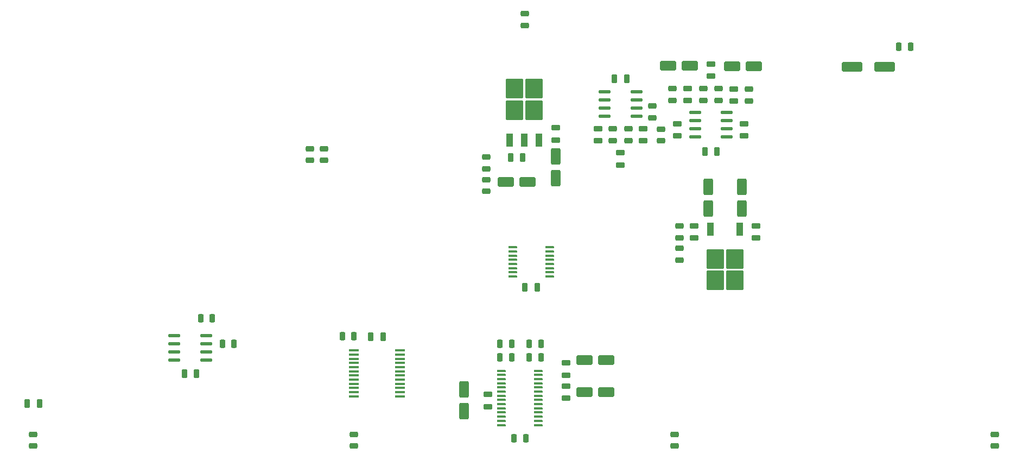
<source format=gbr>
%TF.GenerationSoftware,KiCad,Pcbnew,9.0.3*%
%TF.CreationDate,2025-08-21T10:40:16+02:00*%
%TF.ProjectId,RP2040-DSP_V2.0,52503230-3430-42d4-9453-505f56322e30,V2.0*%
%TF.SameCoordinates,Original*%
%TF.FileFunction,Paste,Top*%
%TF.FilePolarity,Positive*%
%FSLAX46Y46*%
G04 Gerber Fmt 4.6, Leading zero omitted, Abs format (unit mm)*
G04 Created by KiCad (PCBNEW 9.0.3) date 2025-08-21 10:40:16*
%MOMM*%
%LPD*%
G01*
G04 APERTURE LIST*
G04 Aperture macros list*
%AMRoundRect*
0 Rectangle with rounded corners*
0 $1 Rounding radius*
0 $2 $3 $4 $5 $6 $7 $8 $9 X,Y pos of 4 corners*
0 Add a 4 corners polygon primitive as box body*
4,1,4,$2,$3,$4,$5,$6,$7,$8,$9,$2,$3,0*
0 Add four circle primitives for the rounded corners*
1,1,$1+$1,$2,$3*
1,1,$1+$1,$4,$5*
1,1,$1+$1,$6,$7*
1,1,$1+$1,$8,$9*
0 Add four rect primitives between the rounded corners*
20,1,$1+$1,$2,$3,$4,$5,0*
20,1,$1+$1,$4,$5,$6,$7,0*
20,1,$1+$1,$6,$7,$8,$9,0*
20,1,$1+$1,$8,$9,$2,$3,0*%
G04 Aperture macros list end*
%ADD10RoundRect,0.225609X-0.424391X0.236891X-0.424391X-0.236891X0.424391X-0.236891X0.424391X0.236891X0*%
%ADD11RoundRect,0.225609X0.424391X-0.236891X0.424391X0.236891X-0.424391X0.236891X-0.424391X-0.236891X0*%
%ADD12RoundRect,0.234375X-1.040625X-0.515625X1.040625X-0.515625X1.040625X0.515625X-1.040625X0.515625X0*%
%ADD13RoundRect,0.225609X-0.236891X-0.424391X0.236891X-0.424391X0.236891X0.424391X-0.236891X0.424391X0*%
%ADD14RoundRect,0.075000X-0.612500X-0.075000X0.612500X-0.075000X0.612500X0.075000X-0.612500X0.075000X0*%
%ADD15RoundRect,0.225000X0.450000X-0.225000X0.450000X0.225000X-0.450000X0.225000X-0.450000X-0.225000X0*%
%ADD16RoundRect,0.218750X0.431250X-0.218750X0.431250X0.218750X-0.431250X0.218750X-0.431250X-0.218750X0*%
%ADD17RoundRect,0.225000X0.225000X0.450000X-0.225000X0.450000X-0.225000X-0.450000X0.225000X-0.450000X0*%
%ADD18RoundRect,0.234375X1.040625X0.515625X-1.040625X0.515625X-1.040625X-0.515625X1.040625X-0.515625X0*%
%ADD19RoundRect,0.225000X-0.225000X-0.450000X0.225000X-0.450000X0.225000X0.450000X-0.225000X0.450000X0*%
%ADD20RoundRect,0.234375X0.515625X-1.040625X0.515625X1.040625X-0.515625X1.040625X-0.515625X-1.040625X0*%
%ADD21RoundRect,0.218750X-0.431250X0.218750X-0.431250X-0.218750X0.431250X-0.218750X0.431250X0.218750X0*%
%ADD22RoundRect,0.225000X-0.450000X0.225000X-0.450000X-0.225000X0.450000X-0.225000X0.450000X0.225000X0*%
%ADD23RoundRect,0.250000X1.125000X-1.275000X1.125000X1.275000X-1.125000X1.275000X-1.125000X-1.275000X0*%
%ADD24RoundRect,0.229166X0.320834X-0.820834X0.320834X0.820834X-0.320834X0.820834X-0.320834X-0.820834X0*%
%ADD25RoundRect,0.250000X-1.125000X1.275000X-1.125000X-1.275000X1.125000X-1.275000X1.125000X1.275000X0*%
%ADD26RoundRect,0.229166X-0.320834X0.820834X-0.320834X-0.820834X0.320834X-0.820834X0.320834X0.820834X0*%
%ADD27RoundRect,0.125000X0.800000X0.125000X-0.800000X0.125000X-0.800000X-0.125000X0.800000X-0.125000X0*%
%ADD28RoundRect,0.125000X-0.800000X-0.125000X0.800000X-0.125000X0.800000X0.125000X-0.800000X0.125000X0*%
%ADD29RoundRect,0.234375X-0.515625X1.040625X-0.515625X-1.040625X0.515625X-1.040625X0.515625X1.040625X0*%
%ADD30RoundRect,0.218750X-0.218750X-0.431250X0.218750X-0.431250X0.218750X0.431250X-0.218750X0.431250X0*%
%ADD31RoundRect,0.225609X0.236891X0.424391X-0.236891X0.424391X-0.236891X-0.424391X0.236891X-0.424391X0*%
%ADD32R,1.650000X0.350000*%
%ADD33RoundRect,0.075000X0.612500X0.075000X-0.612500X0.075000X-0.612500X-0.075000X0.612500X-0.075000X0*%
%ADD34RoundRect,0.234375X-1.378125X-0.515625X1.378125X-0.515625X1.378125X0.515625X-1.378125X0.515625X0*%
G04 APERTURE END LIST*
D10*
%TO.C,R7*%
X217903250Y-150887500D03*
X217903250Y-152712500D03*
%TD*%
%TO.C,Rb1*%
X174803250Y-96987500D03*
X174803250Y-98812500D03*
%TD*%
D11*
%TO.C,Rg1*%
X179503250Y-98912500D03*
X179503250Y-97087500D03*
%TD*%
%TO.C,Rb4*%
X160753250Y-105100000D03*
X160753250Y-103275000D03*
%TD*%
D12*
%TO.C,C28*%
X153900000Y-139300000D03*
X157250000Y-139300000D03*
%TD*%
D13*
%TO.C,R5*%
X97390750Y-136800000D03*
X99215750Y-136800000D03*
%TD*%
%TO.C,R22*%
X142887500Y-151500000D03*
X144712500Y-151500000D03*
%TD*%
D11*
%TO.C,R1*%
X113250000Y-108162500D03*
X113250000Y-106337500D03*
%TD*%
D13*
%TO.C,Rp1*%
X116090750Y-135600000D03*
X117915750Y-135600000D03*
%TD*%
D11*
%TO.C,R2*%
X111050000Y-108162500D03*
X111050000Y-106337500D03*
%TD*%
D14*
%TO.C,U2*%
X140937500Y-140975000D03*
X140937500Y-141625000D03*
X140937500Y-142275000D03*
X140937500Y-142925000D03*
X140937500Y-143575000D03*
X140937500Y-144225000D03*
X140937500Y-144875000D03*
X140937500Y-145525000D03*
X140937500Y-146175000D03*
X140937500Y-146825000D03*
X140937500Y-147475000D03*
X140937500Y-148125000D03*
X140937500Y-148775000D03*
X140937500Y-149425000D03*
X146662500Y-149425000D03*
X146662500Y-148775000D03*
X146662500Y-148125000D03*
X146662500Y-147475000D03*
X146662500Y-146825000D03*
X146662500Y-146175000D03*
X146662500Y-145525000D03*
X146662500Y-144875000D03*
X146662500Y-144225000D03*
X146662500Y-143575000D03*
X146662500Y-142925000D03*
X146662500Y-142275000D03*
X146662500Y-141625000D03*
X146662500Y-140975000D03*
%TD*%
D10*
%TO.C,R9*%
X117903250Y-150887500D03*
X117903250Y-152712500D03*
%TD*%
D15*
%TO.C,C21*%
X163003250Y-105137500D03*
X163003250Y-103237500D03*
%TD*%
D11*
%TO.C,R13*%
X144603250Y-87125000D03*
X144603250Y-85300000D03*
%TD*%
D15*
%TO.C,C25*%
X151050000Y-145249999D03*
X151050000Y-143350001D03*
%TD*%
D16*
%TO.C,D2*%
X168723250Y-123742500D03*
X168723250Y-121867500D03*
%TD*%
D12*
%TO.C,C15*%
X166928250Y-93400000D03*
X170278250Y-93400000D03*
%TD*%
D15*
%TO.C,C3*%
X149425000Y-104985000D03*
X149425000Y-103085000D03*
%TD*%
D17*
%TO.C,C9*%
X68853250Y-146050000D03*
X66953250Y-146050000D03*
%TD*%
D18*
%TO.C,C8*%
X145000000Y-111535000D03*
X141650000Y-111535000D03*
%TD*%
D19*
%TO.C,C18*%
X172653250Y-106800000D03*
X174553250Y-106800000D03*
%TD*%
D20*
%TO.C,C7*%
X173223250Y-115680000D03*
X173223250Y-112330000D03*
%TD*%
%TO.C,C26*%
X178423250Y-115680000D03*
X178423250Y-112330000D03*
%TD*%
D21*
%TO.C,D3*%
X138603250Y-107662500D03*
X138603250Y-109537500D03*
%TD*%
D22*
%TO.C,C12*%
X177203250Y-97050000D03*
X177203250Y-98950000D03*
%TD*%
%TO.C,C2*%
X180623250Y-118355000D03*
X180623250Y-120255000D03*
%TD*%
D23*
%TO.C,U13*%
X143000000Y-100350000D03*
X146050000Y-100350000D03*
X143000000Y-97000000D03*
X146050000Y-97000000D03*
D24*
X142245000Y-104975000D03*
X144525000Y-104975000D03*
X146805000Y-104975000D03*
%TD*%
D25*
%TO.C,U1*%
X177348250Y-123530000D03*
X174298250Y-123530000D03*
X177348250Y-126880000D03*
X174298250Y-126880000D03*
D26*
X178103250Y-118905000D03*
X173543250Y-118905000D03*
%TD*%
D27*
%TO.C,U5*%
X94853250Y-139340000D03*
X94853250Y-138070000D03*
X94853250Y-136800000D03*
X94853250Y-135530000D03*
X89903250Y-135530000D03*
X89903250Y-136800000D03*
X89903250Y-138070000D03*
X89903250Y-139340000D03*
%TD*%
D17*
%TO.C,C5*%
X144275000Y-107735000D03*
X142375000Y-107735000D03*
%TD*%
D13*
%TO.C,R6*%
X93990750Y-132800000D03*
X95815750Y-132800000D03*
%TD*%
D17*
%TO.C,C11*%
X122453250Y-135625000D03*
X120553250Y-135625000D03*
%TD*%
D10*
%TO.C,R10*%
X67903250Y-150887500D03*
X67903250Y-152712500D03*
%TD*%
D15*
%TO.C,C17*%
X168403250Y-104350000D03*
X168403250Y-102450000D03*
%TD*%
D28*
%TO.C,U10*%
X157028250Y-97495000D03*
X157028250Y-98765000D03*
X157028250Y-100035000D03*
X157028250Y-101305000D03*
X161978250Y-101305000D03*
X161978250Y-100035000D03*
X161978250Y-98765000D03*
X161978250Y-97495000D03*
%TD*%
D29*
%TO.C,C27*%
X149425000Y-107560000D03*
X149425000Y-110910000D03*
%TD*%
D22*
%TO.C,C23*%
X138800000Y-144650001D03*
X138800000Y-146549999D03*
%TD*%
D30*
%TO.C,D1*%
X202912500Y-90450000D03*
X204787500Y-90450000D03*
%TD*%
D11*
%TO.C,Rg2*%
X167603250Y-98812500D03*
X167603250Y-96987500D03*
%TD*%
D10*
%TO.C,R11*%
X164503250Y-99687500D03*
X164503250Y-101512500D03*
%TD*%
D15*
%TO.C,C30*%
X173603250Y-95050000D03*
X173603250Y-93150000D03*
%TD*%
D31*
%TO.C,R21*%
X147112500Y-136800000D03*
X145287500Y-136800000D03*
%TD*%
D15*
%TO.C,C24*%
X151050000Y-141649999D03*
X151050000Y-139750001D03*
%TD*%
D22*
%TO.C,C13*%
X170003250Y-96950000D03*
X170003250Y-98850000D03*
%TD*%
D15*
%TO.C,C20*%
X156003250Y-105137500D03*
X156003250Y-103237500D03*
%TD*%
D32*
%TO.C,U6*%
X117903250Y-137800000D03*
X117903250Y-138450000D03*
X117903250Y-139100000D03*
X117903250Y-139750000D03*
X117903250Y-140400000D03*
X117903250Y-141050000D03*
X117903250Y-141700000D03*
X117903250Y-142350000D03*
X117903250Y-143000000D03*
X117903250Y-143650000D03*
X117903250Y-144300000D03*
X117903250Y-144950000D03*
X125103250Y-144950000D03*
X125103250Y-144300000D03*
X125103250Y-143650000D03*
X125103250Y-143000000D03*
X125103250Y-142350000D03*
X125103250Y-141700000D03*
X125103250Y-141050000D03*
X125103250Y-140400000D03*
X125103250Y-139750000D03*
X125103250Y-139100000D03*
X125103250Y-138450000D03*
X125103250Y-137800000D03*
%TD*%
D11*
%TO.C,R4*%
X138603250Y-113012500D03*
X138603250Y-111187500D03*
%TD*%
D33*
%TO.C,U3*%
X148465750Y-126275000D03*
X148465750Y-125625000D03*
X148465750Y-124975000D03*
X148465750Y-124325000D03*
X148465750Y-123675000D03*
X148465750Y-123025000D03*
X148465750Y-122375000D03*
X148465750Y-121725000D03*
X142740750Y-121725000D03*
X142740750Y-122375000D03*
X142740750Y-123025000D03*
X142740750Y-123675000D03*
X142740750Y-124325000D03*
X142740750Y-124975000D03*
X142740750Y-125625000D03*
X142740750Y-126275000D03*
%TD*%
D19*
%TO.C,C10*%
X91453250Y-141400000D03*
X93353250Y-141400000D03*
%TD*%
D17*
%TO.C,C19*%
X160453250Y-95462500D03*
X158553250Y-95462500D03*
%TD*%
D19*
%TO.C,C6*%
X144603250Y-128000000D03*
X146503250Y-128000000D03*
%TD*%
D10*
%TO.C,R12*%
X165803250Y-103287500D03*
X165803250Y-105112500D03*
%TD*%
D11*
%TO.C,Rb3*%
X158253250Y-105100000D03*
X158253250Y-103275000D03*
%TD*%
D34*
%TO.C,C1*%
X195615750Y-93550000D03*
X200690750Y-93550000D03*
%TD*%
D31*
%TO.C,R20*%
X142512500Y-136800000D03*
X140687500Y-136800000D03*
%TD*%
%TO.C,R14*%
X147112500Y-138900000D03*
X145287500Y-138900000D03*
%TD*%
D11*
%TO.C,Rb2*%
X172403250Y-98812500D03*
X172403250Y-96987500D03*
%TD*%
D29*
%TO.C,C22*%
X135100000Y-143900000D03*
X135100000Y-147250000D03*
%TD*%
D12*
%TO.C,C34*%
X153900000Y-144300000D03*
X157250000Y-144300000D03*
%TD*%
D31*
%TO.C,R19*%
X142512500Y-138900000D03*
X140687500Y-138900000D03*
%TD*%
D10*
%TO.C,R3*%
X168723250Y-118392500D03*
X168723250Y-120217500D03*
%TD*%
D27*
%TO.C,U9*%
X176078250Y-104505000D03*
X176078250Y-103235000D03*
X176078250Y-101965000D03*
X176078250Y-100695000D03*
X171128250Y-100695000D03*
X171128250Y-101965000D03*
X171128250Y-103235000D03*
X171128250Y-104505000D03*
%TD*%
D22*
%TO.C,C4*%
X171023250Y-118355000D03*
X171023250Y-120255000D03*
%TD*%
D15*
%TO.C,C16*%
X178803250Y-104350000D03*
X178803250Y-102450000D03*
%TD*%
D22*
%TO.C,C29*%
X159503250Y-106987500D03*
X159503250Y-108887500D03*
%TD*%
D18*
%TO.C,C14*%
X180278250Y-93500000D03*
X176928250Y-93500000D03*
%TD*%
D10*
%TO.C,R8*%
X167903250Y-150887500D03*
X167903250Y-152712500D03*
%TD*%
M02*

</source>
